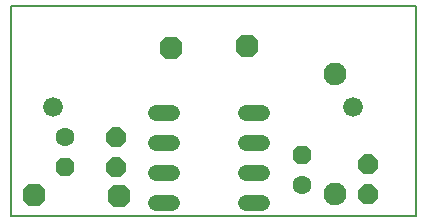
<source format=gtl>
G75*
%MOIN*%
%OFA0B0*%
%FSLAX25Y25*%
%IPPOS*%
%LPD*%
%AMOC8*
5,1,8,0,0,1.08239X$1,22.5*
%
%ADD10C,0.00800*%
%ADD11C,0.07600*%
%ADD12C,0.05200*%
%ADD13OC8,0.06600*%
%ADD14C,0.06600*%
%ADD15OC8,0.06300*%
%ADD16C,0.06300*%
%ADD17OC8,0.07600*%
D10*
X0082433Y0001800D02*
X0217433Y0001800D01*
X0217433Y0071800D01*
X0082433Y0071800D01*
X0082433Y0001800D01*
D11*
X0190333Y0009300D03*
X0190333Y0049300D03*
D12*
X0165933Y0036300D02*
X0160733Y0036300D01*
X0135933Y0036300D02*
X0130733Y0036300D01*
X0130733Y0026300D02*
X0135933Y0026300D01*
X0160733Y0026300D02*
X0165933Y0026300D01*
X0165933Y0016300D02*
X0160733Y0016300D01*
X0135933Y0016300D02*
X0130733Y0016300D01*
X0130733Y0006300D02*
X0135933Y0006300D01*
X0160733Y0006300D02*
X0165933Y0006300D01*
D13*
X0201333Y0009300D03*
X0201333Y0019300D03*
X0117333Y0018300D03*
X0117333Y0028300D03*
D14*
X0096333Y0038300D03*
X0196333Y0038300D03*
D15*
X0179333Y0022300D03*
X0100333Y0018300D03*
D16*
X0100333Y0028300D03*
X0179333Y0012300D03*
D17*
X0118233Y0008500D03*
X0089933Y0008800D03*
X0135533Y0057900D03*
X0160833Y0058600D03*
M02*

</source>
